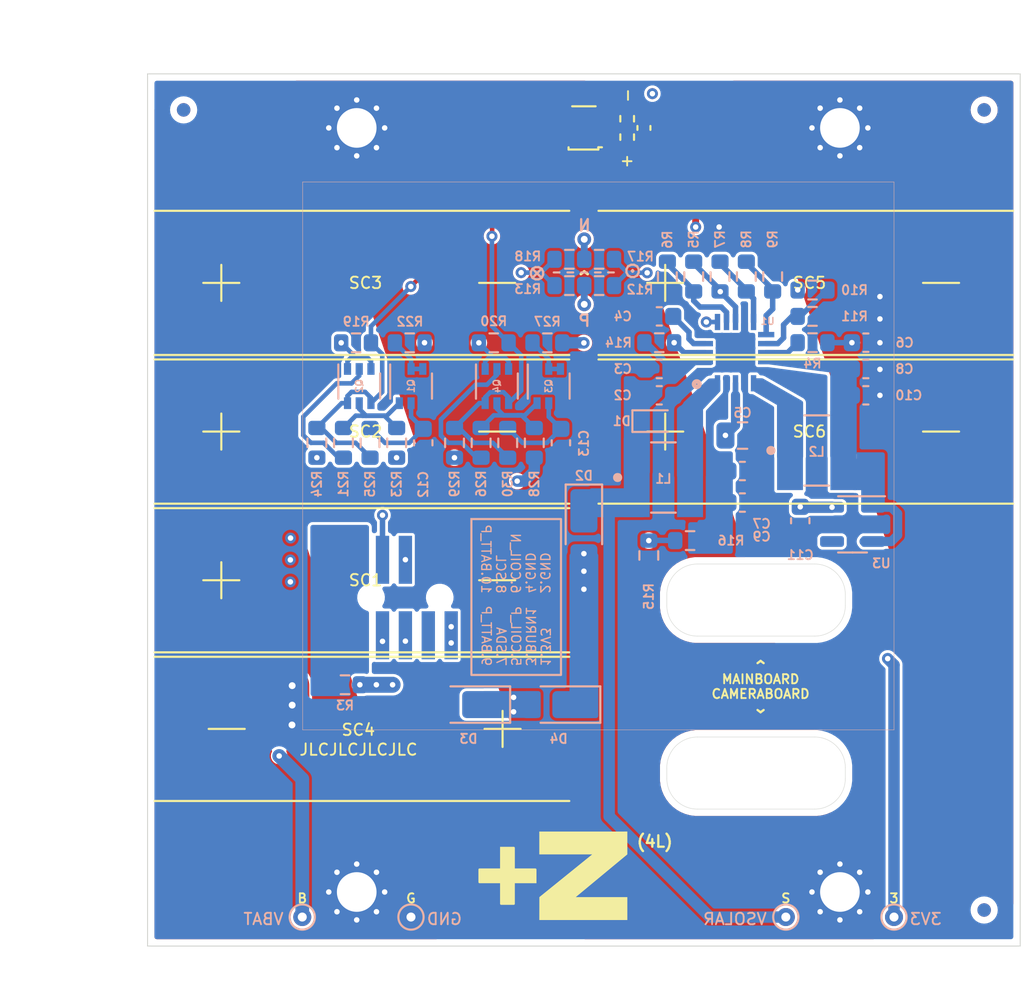
<source format=kicad_pcb>
(kicad_pcb (version 20221018) (generator pcbnew)
  (layers (0 "F.Cu" signal "Top") (1 "In1.Cu" signal) (2 "In2.Cu" signal) (31 "B.Cu" signal "Bottom") (34 "B.Paste" user) (35 "F.Paste" user) (36 "B.SilkS" user "B.Silkscreen") (37 "F.SilkS" user "F.Silkscreen") (38 "B.Mask" user) (39 "F.Mask" user) (44 "Edge.Cuts" user))
  (net 0 "")
  (net 1 "GND")
  (net 2 "+3V3")
  (net 3 "Net-(U1-VREF_SAMP)")
  (net 4 "Net-(U1-VSTOR)")
  (net 5 "VOUT_EN")
  (net 6 "VSOLAR")
  (net 7 "VBAT_OK")
  (net 8 "BATT_P")
  (net 9 "COIL_N")
  (net 10 "COIL_P")
  (net 11 "Net-(Q1B-G1)")
  (net 12 "Net-(Q3B-G1)")
  (net 13 "Net-(D3-K)")
  (net 14 "Net-(U1-LBOOST)")
  (net 15 "Net-(U1-LBUCK)")
  (net 16 "Net-(Q1A-G2)")
  (net 17 "Net-(Q1A-D1)")
  (net 18 "Net-(Q2A-B1)")
  (net 19 "/coil")
  (net 20 "/VSOLAR_FULL")
  (net 21 "BURN1")
  (net 22 "Net-(Q3A-G2)")
  (net 23 "Net-(Q3A-D1)")
  (net 24 "Net-(Q4A-B1)")
  (net 25 "Net-(U1-VBAT_OV)")
  (net 26 "SCL_LS")
  (net 27 "Net-(U1-OK_HYST)")
  (net 28 "Net-(U1-OK_PROG)")
  (net 29 "Net-(U1-VOUT_SET)")
  (net 30 "SDA_LS")
  (net 31 "VBAT")
  (net 32 "SDA")
  (net 33 "SCL")
  (net 34 "Net-(U1-VOC_SAMP)")
  (net 35 "Net-(U1-VRDIV)")
  (net 36 "Net-(U1-VOUT)")
  (net 37 "Net-(U2-ADDR)")
  (footprint "solarpanels:KXOB25-05X3F" (layer "F.Cu") (at 83.89 70.4)
    (fp_text reference "SC1")
    (fp_text value "SolarCell_Small")
  )
  (footprint "solarpanels:KXOB25-05X3F" (layer "F.Cu") (at 83.89 62.149995)
    (fp_text reference "SC2")
    (fp_text value "SolarCell_Small")
  )
  (footprint "solarpanels:KXOB25-05X3F" (layer "F.Cu") (at 83.89 53.9)
    (fp_text reference "SC3")
    (fp_text value "SolarCell_Small")
  )
  (footprint "solarpanels:KXOB25-05X3F" (layer "F.Cu") (at 108.51 53.9)
    (fp_text reference "SC5")
    (fp_text value "SolarCell_Small")
  )
  (footprint "solarpanels:KXOB25-05X3F" (layer "F.Cu") (at 108.51 62.149996)
    (fp_text reference "SC6")
    (fp_text value "SolarCell_Small")
  )
  (footprint "Capacitor_SMD:C_0402_1005Metric" (layer "F.Cu") (at 110.03 45.3 -90)
    (fp_text reference "C1" hide)
    (fp_text value "0.1uF")
  )
  (footprint "Resistor_SMD:R_0402_1005Metric" (layer "F.Cu") (at 109.1 45.81 -90)
    (fp_text reference "R1" hide)
    (fp_text value "0R")
  )
  (footprint "Resistor_SMD:R_0402_1005Metric" (layer "F.Cu") (at 109.1 44.79 -90)
    (fp_text reference "R2" hide)
    (fp_text value "0R")
  )
  (footprint "Fiducial:Fiducial_0.75mm_Mask1.5mm" (layer "F.Cu") (at 128.9 88.7)
    (fp_text reference "REF**" hide)
    (fp_text value "Fiducial_0.75mm_Mask1.5mm")
  )
  (footprint "solarpanels:MountingHole_2.2mm_M2_DIN965_Pad_TopBottom" (layer "F.Cu") (at 94.1 45.300011)
    (fp_text reference "H2" hide)
    (fp_text value "MountingHole")
  )
  (footprint "Fiducial:Fiducial_0.75mm_Mask1.5mm" (layer "F.Cu") (at 84.5 44.3)
    (fp_text reference "REF**" hide)
    (fp_text value "Fiducial_0.75mm_Mask1.5mm")
  )
  (footprint "Fiducial:Fiducial_0.75mm_Mask1.5mm" (layer "F.Cu") (at 128.9 44.3)
    (fp_text reference "REF**" hide)
    (fp_text value "Fiducial_0.75mm_Mask1.5mm")
  )
  (footprint "solarpanels:MountingHole_2.2mm_M2_DIN965_Pad_TopBottom" (layer "F.Cu") (at 120.9 87.7)
    (fp_text reference "H4" hide)
    (fp_text value "MountingHole")
  )
  (footprint "custom-footprints:ypanel" (layer "F.Cu") (at 106.010401 86.552858)
    (fp_text reference "Ref**" hide)
    (fp_text value "Val**" hide)
  )
  (footprint "solarpanels:MountingHole_2.2mm_M2_DIN965_Pad_TopBottom" (layer "F.Cu") (at 94.1 87.7)
    (fp_text reference "H3" hide)
    (fp_text value "MountingHole")
  )
  (footprint "Package_TO_SOT_SMD:SOT-583-8" (layer "F.Cu") (at 106.7 45.3 180)
    (fp_text reference "U2" hide)
    (fp_text value "OPT4001")
  )
  (footprint "solarpanels:KXOB25-05X3F" (layer "F.Cu") (at 104.89 78.65 180)
    (fp_text reference "SC4")
    (fp_text value "SolarCell_Small")
  )
  (footprint "solarpanels:MountingHole_2.2mm_M2_DIN965_Pad_TopBottom" (layer "F.Cu") (at 120.9 45.300011)
    (fp_text reference "H1" hide)
    (fp_text value "MountingHole")
  )
  (footprint "Capacitor_SMD:C_0805_2012Metric" (layer "B.Cu") (at 115.5 62.37)
    (fp_text reference "C5")
    (fp_text value "100uF")
  )
  (footprint "Capacitor_SMD:C_0603_1608Metric" (layer "B.Cu") (at 115.49 66.09)
    (fp_text reference "C9")
    (fp_text value "0.1uF")
  )
  (footprint "Capacitor_SMD:C_0603_1608Metric" (layer "B.Cu") (at 122.339995 58.677844)
    (fp_text reference "C8")
    (fp_text value "22uF")
  )
  (footprint "Capacitor_SMD:C_0603_1608Metric" (layer "B.Cu") (at 122.339995 57.217844)
    (fp_text reference "C6")
    (fp_text value "1uF")
  )
  (footprint "Capacitor_SMD:C_0603_1608Metric" (layer "B.Cu") (at 110.879995 55.757844 180)
    (fp_text reference "C4")
    (fp_text value "10nF")
  )
  (footprint "solarpanels:LPS4018" (layer "B.Cu") (at 119.61155 63.2)
    (fp_text reference "L2")
    (fp_text value "10uH-LPS4018-103MR")
  )
  (footprint "Resistor_SMD:R_0603_1608Metric" (layer "B.Cu") (at 110.3 69.025 90)
    (fp_text reference "R15")
    (fp_text value "DNI (0R)")
  )
  (footprint "Resistor_SMD:R_0603_1608Metric" (layer "B.Cu") (at 117.169995 53.547844 -90)
    (fp_text reference "R9")
    (fp_text value "4.53M")
  )
  (footprint "Resistor_SMD:R_0603_1608Metric" (layer "B.Cu") (at 119.379995 55.757844 180)
    (fp_text reference "R11")
    (fp_text value "4.75M")
  )
  (footprint "Resistor_SMD:R_0603_1608Metric" (layer "B.Cu") (at 114.249995 53.547844 -90)
    (fp_text reference "R7")
    (fp_text value "374K")
  )
  (footprint "Resistor_SMD:R_0603_1608Metric" (layer "B.Cu") (at 119.379995 57.217844)
    (fp_text reference "R4")
    (fp_text value "0R")
  )
  (footprint "Resistor_SMD:R_0603_1608Metric" (layer "B.Cu") (at 115.709995 53.547844 -90)
    (fp_text reference "R8")
    (fp_text value "8.25M")
  )
  (footprint "Resistor_SMD:R_0603_1608Metric" (layer "B.Cu") (at 110.879995 57.217844 180)
    (fp_text reference "R14")
    (fp_text value "DNI (0R)")
  )
  (footprint "Resistor_SMD:R_0603_1608Metric" (layer "B.Cu") (at 119.379995 54.297844 180)
    (fp_text reference "R10")
    (fp_text value "8.25M")
  )
  (footprint "solarpanels:QFN50P350X350X100-21N-D" (layer "B.Cu") (at 115.11 57.77)
    (fp_text reference "U1")
    (fp_text value "BQ25570RGRR" hide)
  )
  (footprint "solarpanels:LPS4018" (layer "B.Cu") (at 111.11 64.7)
    (fp_text reference "L1")
    (fp_text value "22uH-LPS4018-223MR")
  )
  (footprint "Resistor_SMD:R_0603_1608Metric" (layer "B.Cu") (at 112.59 68.2 180)
    (fp_text reference "R16")
    (fp_text value "0R")
  )
  (footprint "Resistor_SMD:R_0603_1608Metric" (layer "B.Cu") (at 112.789995 53.547844 90)
    (fp_text reference "R5")
    (fp_text value "7.32M")
  )
  (footprint "Capacitor_SMD:C_0603_1608Metric" (layer "B.Cu") (at 115.49 64.34)
    (fp_text reference "C7")
    (fp_text value "4.7uF")
  )
  (footprint "Resistor_SMD:R_0603_1608Metric" (layer "B.Cu") (at 111.329995 53.547844 90)
    (fp_text reference "R6")
    (fp_text value "5.62M")
  )
  (footprint "Capacitor_SMD:C_0603_1608Metric" (layer "B.Cu") (at 110.879995 60.137844)
    (fp_text reference "C2")
    (fp_text value "0.1uF")
  )
  (footprint "Capacitor_SMD:C_0603_1608Metric" (layer "B.Cu") (at 110.879995 58.677844 180)
    (fp_text reference "C3")
    (fp_text value "4.7uF")
  )
  (footprint "TestPoint:TestPoint_THTPad_D1.0mm_Drill0.5mm" (layer "B.Cu") (at 97.11 89.09 180)
    (fp_text reference "TP2" hide)
    (fp_text value "TP")
  )
  (footprint "TestPoint:TestPoint_THTPad_D1.0mm_Drill0.5mm" (layer "B.Cu") (at 123.9 89.09)
    (fp_text reference "TP3" hide)
    (fp_text value "TP")
  )
  (footprint "TestPoint:TestPoint_THTPad_D1.0mm_Drill0.5mm" (layer "B.Cu") (at 91.08 89.09)
    (fp_text reference "TP4" hide)
    (fp_text value "TP")
  )
  (footprint "TestPoint:TestPoint_THTPad_D1.0mm_Drill0.5mm" (layer "B.Cu") (at 117.9 89.09 180)
    (fp_text reference "TP1" hide)
    (fp_text value "TP")
  )
  (footprint "Resistor_SMD:R_0603_1608Metric" (layer "B.Cu") (at 105.895 52.59)
    (fp_text reference "R18")
    (fp_text value "0R")
  )
  (footprint "Resistor_SMD:R_0603_1608Metric" (layer "B.Cu") (at 107.545 52.59)
    (fp_text reference "R17")
    (fp_text value "0R")
  )
  (footprint "Resistor_SMD:R_0603_1608Metric" (layer "B.Cu") (at 107.545 54.05)
    (fp_text reference "R12")
    (fp_text value "0R")
  )
  (footprint "Resistor_SMD:R_0603_1608Metric" (layer "B.Cu") (at 105.895 54.05)
    (fp_text reference "R13")
    (fp_text value "0R")
  )
  (footprint "Diode_SMD:D_SOD-523" (layer "B.Cu") (at 110.65 61.57)
    (fp_text reference "D1")
    (fp_text value "SZMM5Z5V1T1G")
  )
  (footprint "Diode_SMD:D_PowerDI-123" (layer "B.Cu") (at 106.7 67.4 -90)
    (fp_text reference "D2")
    (fp_text value "DFLS130L-7")
  )
  (footprint "Resistor_SMD:R_0603_1608Metric" (layer "B.Cu") (at 97.0397 57.225 180)
    (fp_text reference "R22")
    (fp_text value "100K")
  )
  (footprint "Resistor_SMD:R_0603_1608Metric" (layer "B.Cu") (at 101 62.775 90)
    (fp_text reference "R26")
    (fp_text value "680R")
  )
  (footprint "Capacitor_SMD:C_0603_1608Metric" (layer "B.Cu") (at 118.7 67.1 -90)
    (fp_text reference "C11")
    (fp_text value "0.1uF")
  )
  (footprint "Fiducial:Fiducial_0.75mm_Mask1.5mm" (layer "B.Cu") (at 128.9 44.3)
    (fp_text reference "REF**" hide)
    (fp_text value "Fiducial_0.75mm_Mask1.5mm")
  )
  (footprint "Resistor_SMD:R_0603_1608Metric" (layer "B.Cu") (at 93.3647 62.775 90)
    (fp_text reference "R21")
    (fp_text value "680R")
  )
  (footprint "Resistor_SMD:R_0603_1608Metric" (layer "B.Cu") (at 101.7 57.225 180)
    (fp_text reference "R20")
    (fp_text value "DNI (0R)")
  )
  (footprint "Capacitor_SMD:C_0603_1608Metric" (layer "B.Cu") (at 97.7897 62.775 -90)
    (fp_text reference "C12")
    (fp_text value "10nF")
  )
  (footprint "Resistor_SMD:R_0603_1608Metric" (layer "B.Cu") (at 104.675 57.225 180)
    (fp_text reference "R27")
    (fp_text value "100K")
  )
  (footprint "Resistor_SMD:R_0603_1608Metric" (layer "B.Cu") (at 94.0647 57.225 180)
    (fp_text reference "R19")
    (fp_text value "DNI (0R)")
  )
  (footprint "Fiducial:Fiducial_0.75mm_Mask1.5mm" (layer "B.Cu") (at 128.9 88.7)
    (fp_text reference "REF**" hide)
    (fp_text value "Fiducial_0.75mm_Mask1.5mm")
  )
  (footprint "Resistor_SMD:R_0603_1608Metric" (layer "B.Cu") (at 96.3147 62.775 90)
    (fp_text reference "R23")
    (fp_text value "10K")
  )
  (footprint "Resistor_SMD:R_0603_1608Metric" (layer "B.Cu") (at 102.475 62.775 90)
    (fp_text reference "R30")
    (fp_text value "200K")
  )
  (footprint "Resistor_SMD:R_0603_1608Metric" (layer "B.Cu") (at 91.8897 62.775 90)
    (fp_text reference "R24")
    (fp_text value "10K")
  )
  (footprint "Package_TO_SOT_SMD:SOT-363_SC-70-6" (layer "B.Cu") (at 104.75 59.625 -90)
    (fp_text reference "Q3")
    (fp_text value "NX3008NBKS")
  )
  (footprint "Resistor_SMD:R_0603_1608Metric" (layer "B.Cu") (at 94.8397 62.775 90)
    (fp_text reference "R25")
    (fp_text value "200K")
  )
  (footprint "Diode_SMD:D_PowerDI-123" (layer "B.Cu") (at 100.3 77.3 180)
    (fp_text reference "D3")
    (fp_text value "DFLS130L-7")
  )
  (footprint "Fiducial:Fiducial_0.75mm_Mask1.5mm" (layer "B.Cu") (at 84.5 44.3 180)
    (fp_text reference "REF**" hide)
    (fp_text value "Fiducial_0.75mm_Mask1.5mm")
  )
  (footprint "Package_TO_SOT_SMD:SOT-363_SC-70-6" (layer "B.Cu") (at 94.2397 59.625 -90)
    (fp_text reference "Q2")
    (fp_text value "MBT2222ADW1T1")
  )
  (footprint "Resistor_SMD:R_0603_1608Metric" (layer "B.Cu") (at 99.525 62.775 90)
    (fp_text reference "R29")
    (fp_text value "10K")
  )
  (footprint "Package_TO_SOT_SMD:SOT-363_SC-70-6" (layer "B.Cu") (at 97.1147 59.625 -90)
    (fp_text reference "Q1")
    (fp_text value "NX3008NBKS")
  )
  (footprint "Package_TO_SOT_SMD:SOT-23-5" (layer "B.Cu") (at 121.6 67.3 180)
    (fp_text reference "U3")
    (fp_text value "MAX40200AUK")
  )
  (footprint "Resistor_SMD:R_0603_1608Metric" (layer "B.Cu") (at 93.45 76.2)
    (fp_text reference "R3")
    (fp_text value "0R")
  )
  (footprint "Diode_SMD:D_PowerDI-123" (layer "B.Cu") (at 105.3 77.3 180)
    (fp_text reference "D4")
    (fp_text value "DFLS130L-7")
  )
  (footprint "Package_TO_SOT_SMD:SOT-363_SC-70-6" (layer "B.Cu") (at 101.875 59.625 -90)
    (fp_text reference "Q4")
    (fp_text value "MBT2222ADW1T1")
  )
  (footprint "Capacitor_SMD:C_0603_1608Metric" (layer "B.Cu") (at 105.425 62.775 -90)
    (fp_text reference "C13")
    (fp_text value "10nF")
  )
  (footprint "Resistor_SMD:R_0603_1608Metric" (layer "B.Cu") (at 103.95 62.775 90)
    (fp_text reference "R28")
    (fp_text value "10K")
  )
  (footprint "custom-footprints:pycubed_mini_half" (layer "B.Cu") (at 106.2 44.5 180)
    (fp_text reference "Ref**" hide)
    (fp_text value "Val**" hide)
  )
  (footprint "Capacitor_SMD:C_0603_1608Metric" (layer "B.Cu") (at 122.339995 60.137844)
    (fp_text reference "C10")
    (fp_text value "0.1uF")
  )
  (footprint "solarpanels:SAMTEC-FTS-105-01-X-DV-A" (layer "B.Cu") (at 96.8 71.36 180)
    (fp_text reference "J1" hide)
    (fp_text value "FTS-105-01-X-DV-A")
  )
  (gr_line (start 107.31325 53.32) (end 107.63075 53.32) (stroke (width 0.12)) (layer "B.SilkS"))
  (gr_line (start 106.86875 53.32) (end 106.55125 53.32) (stroke (width 0.12)) (layer "B.SilkS"))
  (gr_line (start 106.10675 53.32) (end 105.78925 53.32) (stroke (width 0.12)) (layer "B.SilkS"))
  (gr_line (start 108.361 53.32) (end 108.0435 53.32) (stroke (width 0.12)) (layer "B.SilkS"))
  (gr_line (start 105.02725 53.32) (end 105.34475 53.32) (stroke (width 0.12)) (layer "B.SilkS"))
  (gr_rect (start 100.46 67.005) (end 105.43 75.655) (stroke (width 0.12)) (fill none) (layer "B.SilkS"))
  (gr_line (start 123.9 78.7) (end 119.5 78.7) (stroke (width 0.0254)) (layer "B.SilkS"))
  (gr_line (start 91.1 78.7) (end 106.275 78.7) (stroke (width 0.0254)) (layer "B.SilkS"))
  (gr_line (start 123.9 48.3) (end 91.1 48.3) (stroke (width 0.0254)) (layer "B.SilkS"))
  (gr_line (start 119.5 78.7) (end 106.275 78.7) (stroke (width 0.0254)) (layer "B.SilkS"))
  (gr_line (start 123.9 78.7) (end 123.9 48.3) (stroke (width 0.0254)) (layer "B.SilkS"))
  (gr_line (start 91.1 48.3) (end 91.1 78.7) (stroke (width 0.0254)) (layer "B.SilkS"))
  (gr_line (start 82.5 90.7) (end 82.5 42.3) (stroke (width 0.05)) (layer "Edge.Cuts"))
  (gr_arc (start 121.2 81.4) (mid 120.702082 82.602082) (end 119.5 83.1) (stroke (width 0.0254)) (layer "Edge.Cuts"))
  (gr_line (start 82.5 42.3) (end 130.9 42.3) (stroke (width 0.05)) (layer "Edge.Cuts"))
  (gr_arc (start 121.2 71.8) (mid 120.702082 73.002082) (end 119.5 73.5) (stroke (width 0.0254)) (layer "Edge.Cuts"))
  (gr_line (start 119.5 83.1) (end 113 83.1) (stroke (width 0.0254)) (layer "Edge.Cuts"))
  (gr_arc (start 119.5 69.5) (mid 120.702082 69.997918) (end 121.2 71.2) (stroke (width 0.0254)) (layer "Edge.Cuts"))
  (gr_line (start 119.5 69.5) (end 113 69.5) (stroke (width 0.0254)) (layer "Edge.Cuts"))
  (gr_arc (start 111.3 71.2) (mid 111.797918 69.997918) (end 113 69.5) (stroke (width 0.0254)) (layer "Edge.Cuts"))
  (gr_arc (start 111.3 80.8) (mid 111.797918 79.597918) (end 113 79.1) (stroke (width 0.0254)) (layer "Edge.Cuts"))
  (gr_line (start 121.2 81.4) (end 121.2 80.8) (stroke (width 0.0254)) (layer "Edge.Cuts"))
  (gr_arc (start 119.5 79.1) (mid 120.702082 79.597918) (end 121.2 80.8) (stroke (width 0.0254)) (layer "Edge.Cuts"))
  (gr_line (start 82.5 90.7) (end 130.9 90.7) (stroke (width 0.05)) (layer "Edge.Cuts"))
  (gr_line (start 111.3 80.8) (end 111.3 81.4) (stroke (width 0.0254)) (layer "Edge.Cuts"))
  (gr_arc (start 113 73.5) (mid 111.797918 73.002082) (end 111.3 71.8) (stroke (width 0.0254)) (layer "Edge.Cuts"))
  (gr_line (start 113 79.1) (end 119.5 79.1) (stroke (width 0.0254)) (layer "Edge.Cuts"))
  (gr_line (start 121.2 71.2) (end 121.2 71.8) (stroke (width 0.0254)) (layer "Edge.Cuts"))
  (gr_arc (start 113 83.1) (mid 111.797918 82.602082) (end 111.3 81.4) (stroke (width 0.0254)) (layer "Edge.Cuts"))
  (gr_line (start 130.9 42.3) (end 130.9 90.7) (stroke (width 0.05)) (layer "Edge.Cuts"))
  (gr_line (start 113 73.5) (end 119.5 73.5) (stroke (width 0.0254)) (layer "Edge.Cuts"))
  (gr_line (start 111.3 71.2) (end 111.3 71.8) (stroke (width 0.0254)) (layer "Edge.Cuts"))
  (gr_text "GND" (at 100 89.2) (layer "B.SilkS") (effects (font (size 0.635 0.635) (thickness 0.1016)) (justify left mirror)))
  (gr_text "VSOLAR" (at 116.9 89.2) (layer "B.SilkS") (effects (font (size 0.635 0.635) (thickness 0.1016)) (justify left mirror)))
  (gr_text "VBAT" (at 90.1 89.2) (layer "B.SilkS") (effects (font (size 0.635 0.635) (thickness 0.1016)) (justify left mirror)))
  (gr_text "3V3" (at 126.6 89.2) (layer "B.SilkS") (effects (font (size 0.635 0.635) (thickness 0.1016)) (justify left mirror)))
  (gr_text "P" (at 106.72 56) (layer "B.SilkS") (effects (font (size 0.635 0.635) (thickness 0.127)) (justify mirror)))
  (gr_text "N" (at 106.73 50.65 180) (layer "B.SilkS") (effects (font (size 0.635 0.635) (thickness 0.127)) (justify mirror)))
  (gr_text "⊗" (at 104.1 53.3) (layer "B.SilkS") (effects (font (size 0.889 0.889) (thickness 0.127)) (justify mirror)))
  (gr_text "2.GND\n4.GND\n6.COIL_N\n8.SCL\n10.BATT_P" (at 102.905 71.18 270) (layer "B.SilkS") (effects (font (size 0.508 0.508) (thickness 0.0762)) (justify left mirror)))
  (gr_text "1.3V3\n3.BURN1\n5.COIL_P\n7.SDA\n9.BATT_P" (at 102.925 75.205 270) (layer "B.SilkS") (effects (font (size 0.508 0.508) (thickness 0.0762)) (justify left mirror)))
  (gr_text "⊙" (at 109.4 53.3 180) (layer "B.SilkS") (effects (font (size 0.889 0.889) (thickness 0.127)) (justify mirror)))
  (gr_text "+" (at 109.1 47.1) (layer "F.SilkS") (effects (font (size 0.635 0.635) (thickness 0.1016))))
  (gr_text "3" (at 123.9 88.05) (layer "F.SilkS") (effects (font (size 0.508 0.508) (thickness 0.1016))))
  (gr_text "^" (at 116.5 77.2 180) (layer "F.SilkS") (effects (font (size 0.889 0.889) (thickness 0.127))))
  (gr_text "MAINBOARD\nCAMERABOARD" (at 116.5 76.3) (layer "F.SilkS") (effects (font (size 0.508 0.508) (thickness 0.1016) bold)))
  (gr_text "-" (at 109.1 43.5 90) (layer "F.SilkS") (effects (font (size 0.635 0.635) (thickness 0.1016))))
  (gr_text "G" (at 97.11 88.05) (layer "F.SilkS") (effects (font (size 0.508 0.508) (thickness 0.1016))))
  (gr_text "JLCJLCJLCJLC" (at 94.2 79.8) (layer "F.SilkS") (effects (font (size 0.635 0.635) (thickness 0.1016))))
  (gr_text "B" (at 91.08 88.05) (layer "F.SilkS") (effects (font (size 0.508 0.508) (thickness 0.1016))))
  (gr_text "^" (at 116.5 75.4) (layer "F.SilkS") (effects (font (size 0.889 0.889) (thickness 0.127))))
  (gr_text "S" (at 117.9 88.05) (layer "F.SilkS") (effects (font (size 0.508 0.508) (thickness 0.1016))))
  (gr_text "^" (at 106.72 53.86) (layer "F.SilkS") (effects (font (size 1 1))))
  (gr_text "(4L)" (at 110.63 84.9) (layer "F.SilkS") (effects (font (size 0.635 0.635) (thickness 0.127))))
  (segment (start 114.2 46.4) (end 112.35 44.55) (width 0.381) (layer "F.Cu") (net 1))
  (segment (start 90.52 78.63) (end 90.52 76.25) (width 1.905) (layer "F.Cu") (net 1))
  (segment (start 112.35 44.55) (end 107.44 44.55) (width 0.381) (layer "F.Cu") (net 1))
  (segment (start 90.51 78.64) (end 90.52 78.63) (width 1.905) (layer "F.Cu") (net 1))
  (segment (start 114.2 50.8) (end 114.2 46.4) (width 0.381) (layer "F.Cu") (net 1))
  (segment (start 83.89 78.65) (end 90.5 78.65) (width 1.905) (layer "F.Cu") (net 1))
  (segment (start 90.5 78.65) (end 90.51 78.64) (width 1.524) (layer "F.Cu") (net 1))
  (via (at 123.12 60.14) (size 0.6096) (drill 0.3048) (layers "F.Cu" "B.Cu") (net 1))
  (via (at 114.2 50.8) (size 0.6096) (drill 0.3048) (layers "F.Cu" "B.Cu") (net 1))
  (via (at 90.51 78.43) (size 0.762) (drill 0.381) (layers "F.Cu" "B.Cu") (net 1))
  (via (at 123.12 58.7) (size 0.6096) (drill 0.3048) (layers "F.Cu" "B.Cu") (net 1))
  (via (at 90.52 77.33) (size 0.762) (drill 0.381) (layers "F.Cu" "B.Cu") (net 1))
  (via (at 90.52 76.25) (size 0.762) (drill 0.381) (layers "F.Cu" "B.Cu") (net 1))
  (via (at 123.12 55.9) (size 0.6096) (drill 0.3048) (layers "F.Cu" "B.Cu") (net 1))
  (via (at 123.12 57.22) (size 0.6096) (drill 0.3048) (layers "F.Cu" "B.Cu") (net 1))
  (via (at 123.12 54.66) (size 0.6096) (drill 0.3048) (layers "F.Cu" "B.Cu") (net 1))
  (segment (start 115.609995 59.47) (end 115.609995 58.27) (width 0.3048) (layer "B.Cu") (net 1))
  (segment (start 111.95 46.05) (end 107.44 46.05) (width 0.381) (layer "F.Cu") (net 2))
  (segment (start 112.9 47) (end 111.95 46.05) (width 0.381) (layer "F.Cu") (net 2))
  (segment (start 112.9 50.8) (end 112.9 47) (width 0.381) (layer "F.Cu") (net 2))
  (via (at 91.89 63.6) (size 0.6096) (drill 0.3048) (layers "F.Cu" "B.Cu") (net 2))
  (via (at 96.31 63.6) (size 0.6096) (drill 0.3048) (layers "F.Cu" "B.Cu") (net 2))
  (via (at 99.34 73.88) (size 0.6096) (drill 0.3048) (layers "F.Cu" "B.Cu") (net 2))
  (via (at 106.7 57.23) (size 0.6096) (drill 0.3048) (layers "F.Cu" "B.Cu") (net 2))
  (via (at 123.55 74.75) (size 0.6096) (drill 0.3048) (layers "F.Cu" "B.Cu") (net 2))
  (via (at 99.34 72.98) (size 0.6096) (drill 0.3048) (layers "F.Cu" "B.Cu") (net 2))
  (via (at 99.52 63.6) (size 0.6096) (drill 0.3048) (layers "F.Cu" "B.Cu") (net 2))
  (via (at 97.86 57.22) (size 0.6096) (drill 0.3048) (layers "F.Cu" "B.Cu") (net 2))
  (via (at 112.9 50.8) (size 0.6096) (drill 0.3048) (layers "F.Cu" "B.Cu") (net 2))
  (via (at 120.4625 66.35) (size 0.6096) (drill 0.3048) (layers "F.Cu" "B.Cu") (net 2))
  (via (at 118.7 66.325) (size 0.6096) (drill 0.3048) (layers "F.Cu" "B.Cu") (net 2))
  (via (at 103 64.9) (size 0.6096) (drill 0.3048) (layers "F.Cu" "B.Cu") (net 2))
  (segment (start 103 64.9) (end 103.4 64.9) (width 0.635) (layer "B.Cu") (net 2))
  (segment (start 123.55 74.75) (end 123.9 75.1) (width 0.635) (layer "B.Cu") (net 2))
  (segment (start 106.7 57.23) (end 106.695 57.225) (width 0.635) (layer "B.Cu") (net 2))
  (segment (start 120.4625 66.35) (end 118.725 66.35) (width 0.635) (layer "B.Cu") (net 2))
  (segment (start 103.95 64.35) (end 103.95 63.6) (width 0.635) (layer "B.Cu") (net 2))
  (segment (start 106.695 57.225) (end 105.5 57.225) (width 0.635) (layer "B.Cu") (net 2))
  (segment (start 123.9 75.1) (end 123.9 89.09) (width 0.635) (layer "B.Cu") (net 2))
  (segment (start 118.725 66.35) (end 118.7 66.325) (width 0.635) (layer "B.Cu") (net 2))
  (segment (start 103.4 64.9) (end 103.95 64.35) (width 0.635) (layer "B.Cu") (net 2))
  (segment (start 112.53 57.01) (end 112.53 56.632849) (width 0.3048) (layer "B.Cu") (net 3))
  (segment (start 113.41 57.27) (end 112.79 57.27) (width 0.3048) (layer "B.Cu") (net 3))
  (segment (start 112.53 56.632849) (end 111.654995 55.757844) (width 0.3048) (layer "B.Cu") (net 3))
  (segment (start 112.79 57.27) (end 112.53 57.01) (width 0.3048) (layer "B.Cu") (net 3))
  (via (at 113.49 56.07) (size 0.6096) (drill 0.3048) (layers "F.Cu" "B.Cu") (net 5))
  (via (at 121.564995 57.217844) (size 0.6096) (drill 0.3048) (layers "F.Cu" "B.Cu") (net 5))
  (segment (start 114.11 56.07) (end 113.49 56.07) (width 0.254) (layer "B.Cu") (net 5))
  (segment (start 120.204995 57.217844) (end 121.564995 57.217844) (width 0.3048) (layer "B.Cu") (net 5))
  (segment (start 111.587844 58.677844) (end 110.127844 57.217844) (width 0.381) (layer "B.Cu") (net 6))
  (segment (start 108.1 83.5) (end 113.69 89.09) (width 0.635) (layer "B.Cu") (net 6))
  (segment (start 108.1 66.1) (end 108.1 83.5) (width 0.635) (layer "B.Cu") (net 6))
  (segment (start 113.69 89.09) (end 117.9 89.09) (width 0.635) (layer "B.Cu") (net 6))
  (segment (start 118.002839 57.77) (end 118.554995 57.217844) (width 0.3048) (layer "B.Cu") (net 7))
  (segment (start 116.81 57.77) (end 118.002839 57.77) (width 0.3048) (layer "B.Cu") (net 7))
  (via (at 106.72 51.48) (size 0.762) (drill 0.381) (layers "F.Cu" "B.Cu") (net 9))
  (via (at 96.8 69.26) (size 0.6096) (drill 0.3048) (layers "F.Cu" "B.Cu") (net 9))
  (segment (start 106.72 52.59) (end 106.72 51.48) (width 0.381) (layer "B.Cu") (net 9))
  (via (at 96.8 73.78) (size 0.6096) (drill 0.3048) (layers "F.Cu" "B.Cu") (net 10))
  (via (at 106.72 55.09) (size 0.762) (drill 0.381) (layers "F.Cu" "B.Cu") (net 10))
  (segment (start 106.72 54.05) (end 106.72 55.09) (width 0.381) (layer "B.Cu") (net 10))
  (segment (start 97.7897 62) (end 97.0147 62.775) (width 0.254) (layer "B.Cu") (net 11))
  (segment (start 97.7897 62) (end 97.1147 61.325) (width 0.254) (layer "B.Cu") (net 11))
  (segment (start 97.1147 61.325) (end 97.1147 60.575) (width 0.254) (layer "B.Cu") (net 11))
  (segment (start 95.6647 62.775) (end 94.8397 61.95) (width 0.254) (layer "B.Cu") (net 11))
  (segment (start 97.0147 62.775) (end 95.6647 62.775) (width 0.254) (layer "B.Cu") (net 11))
  (segment (start 104.75 61.325) (end 104.75 60.575) (width 0.254) (layer "B.Cu") (net 12))
  (segment (start 104.65 62.775) (end 105.425 62) (width 0.254) (layer "B.Cu") (net 12))
  (segment (start 103.3 62.775) (end 104.65 62.775) (width 0.254) (layer "B.Cu") (net 12))
  (segment (start 102.475 61.95) (end 103.3 62.775) (width 0.254) (layer "B.Cu") (net 12))
  (segment (start 105.425 62) (end 104.75 61.325) (width 0.254) (layer "B.Cu") (net 12))
  (via (at 102.8 76.9) (size 0.6096) (drill 0.3048) (layers "F.Cu" "B.Cu") (net 13))
  (via (at 102.8 77.7) (size 0.6096) (drill 0.3048) (layers "F.Cu" "B.Cu") (net 13))
  (segment (start 97.1147 58.675) (end 97.7647 58.675) (width 0.254) (layer "B.Cu") (net 16))
  (segment (start 97.1147 58.125) (end 96.2147 57.225) (width 0.254) (layer "B.Cu") (net 16))
  (segment (start 97.1147 58.675) (end 97.1147 58.125) (width 0.254) (layer "B.Cu") (net 16))
  (segment (start 94.4191 61.2706) (end 94.6191 61.2706) (width 0.254) (layer "B.Cu") (net 17))
  (segment (start 94.0441 61.2706) (end 94.4191 61.2706) (width 0.254) (layer "B.Cu") (net 17))
  (segment (start 95.7691 61.2706) (end 94.4191 61.2706) (width 0.254) (layer "B.Cu") (net 17))
  (segment (start 94.2397 60.575) (end 94.2397 60.8912) (width 0.254) (layer "B.Cu") (net 17))
  (segment (start 96.4647 60.575) (end 95.7691 61.2706) (width 0.254) (layer "B.Cu") (net 17))
  (segment (start 93.3647 61.95) (end 94.0441 61.2706) (width 0.254) (layer "B.Cu") (net 17))
  (segment (start 95.6353 61.2706) (end 96.3147 61.95) (width 0.254) (layer "B.Cu") (net 17))
  (segment (start 94.2397 60.8912) (end 94.6191 61.2706) (width 0.254) (layer "B.Cu") (net 17))
  (segment (start 94.6191 61.2706) (end 95.6353 61.2706) (width 0.254) (layer "B.Cu") (net 17))
  (segment (start 93.8147 59.475) (end 94.2397 59.05) (width 0.254) (layer "B.Cu") (net 18))
  (segment (start 92.9897 59.475) (end 93.8147 59.475) (width 0.254) (layer "B.Cu") (net 18))
  (segment (start 91.1353 62.348574) (end 91.1353 61.3294) (width 0.254) (layer "B.Cu") (net 18))
  (segment (start 91.561726 62.775) (end 91.1353 62.348574) (width 0.254) (layer "B.Cu") (net 18))
  (segment (start 94.2397 59.05) (end 94.2397 58.675) (width 0.254) (layer "B.Cu") (net 18))
  (segment (start 92.2647 62.775) (end 91.561726 62.775) (width 0.254) (layer "B.Cu") (net 18))
  (segment (start 93.0897 63.6) (end 92.2647 62.775) (width 0.254) (layer "B.Cu") (net 18))
  (segment (start 91.1353 61.3294) (end 92.9897 59.475) (width 0.254) (layer "B.Cu") (net 18))
  (via (at 110.5 43.4) (size 0.6096) (drill 0.3048) (layers "F.Cu" "B.Cu") (net 19))
  (via (at 110.21 53.34) (size 0.6096) (drill 0.3048) (layers "F.Cu" "B.Cu") (net 19))
  (via (at 103.22 53.33) (size 0.6096) (drill 0.3048) (layers "F.Cu" "B.Cu") (net 19))
  (segment (start 109.08 53.34) (end 109.36 53.34) (width 0.254) (layer "B.Cu") (net 19))
  (segment (start 108.37 52.59) (end 109.12 53.34) (width 0.254) (layer "B.Cu") (net 19))
  (segment (start 104.35 53.33) (end 105.07 54.05) (width 0.254) (layer "B.Cu") (net 19))
  (segment (start 103.22 53.33) (end 104.35 53.33) (width 0.254) (layer "B.Cu") (net 19))
  (segment (start 109.12 53.34) (end 109.36 53.34) (width 0.254) (layer "B.Cu") (net 19))
  (segment (start 104.33 53.33) (end 105.07 52.59) (width 0.254) (layer "B.Cu") (net 19))
  (segment (start 103.22 53.33) (end 104.33 53.33) (width 0.254) (layer "B.Cu") (net 19))
  (segment (start 108.37 54.05) (end 109.08 53.34) (width 0.254) (layer "B.Cu") (net 19))
  (segment (start 110.21 53.34) (end 109.36 53.34) (width 0.254) (layer "B.Cu") (net 19))
  (via (at 106.7 69.9) (size 0.6096) (drill 0.3048) (layers "F.Cu" "B.Cu") (net 20))
  (via (at 90.42 69.27) (size 0.6096) (drill 0.3048) (layers "F.Cu" "B.Cu") (net 20))
  (via (at 106.7 70.9) (size 0.6096) (drill 0.3048) (layers "F.Cu" "B.Cu") (net 20))
  (via (at 106.7 68.925) (size 0.6096) (drill 0.3048) (layers "F.Cu" "B.Cu") (net 20))
  (via (at 90.43 68.06) (size 0.6096) (drill 0.3048) (layers "F.Cu" "B.Cu") (net 20))
  (via (at 90.42 70.49) (size 0.6096) (drill 0.3048) (layers "F.Cu" "B.Cu") (net 20))
  (segment (start 104.75 58.675) (end 104.75 58.125) (width 0.254) (layer "B.Cu") (net 22))
  (segment (start 104.75 58.125) (end 103.85 57.225) (width 0.254) (layer "B.Cu") (net 22))
  (segment (start 104.75 58.675) (end 105.4 58.675) (width 0.254) (layer "B.Cu") (net 22))
  (segment (start 101.875 60.879) (end 101.875 60.575) (width 0.254) (layer "B.Cu") (net 23))
  (segment (start 103.425 61.25) (end 104.1 60.575) (width 0.254) (layer "B.Cu") (net 23))
  (segment (start 103.25 61.25) (end 103.025 61.25) (width 0.254) (layer "B.Cu") (net 23))
  (segment (start 103.025 61.25) (end 103.425 61.25) (width 0.254) (layer "B.Cu") (net 23))
  (segment (start 101.7 61.25) (end 101 61.95) (width 0.254) (layer "B.Cu") (net 23))
  (segment (start 102.246 61.25) (end 101.875 60.879) (width 0.254) (layer "B.Cu") (net 23))
  (segment (start 103.25 61.25) (end 101.7 61.25) (width 0.254) (layer "B.Cu") (net 23))
  (segment (start 103.025 61.25) (end 102.246 61.25) (width 0.254) (layer "B.Cu") (net 23))
  (segment (start 103.95 61.95) (end 103.25 61.25) (width 0.254) (layer "B.Cu") (net 23))
  (segment (start 100.75 63.6) (end 99.925 62.775) (width 0.254) (layer "B.Cu") (net 24))
  (segment (start 101.325 59.55) (end 101.875 59) (width 0.254) (layer "B.Cu") (net 24))
  (segment (start 98.7706 61.4794) (end 100.7 59.55) (width 0.254) (layer "B.Cu") (net 24))
  (segment (start 98.7706 62.3706) (end 98.7706 61.4794) (width 0.254) (layer "B.Cu") (net 24))
  (segment (start 99.175 62.775) (end 98.7706 62.3706) (width 0.254) (layer "B.Cu") (net 24))
  (segment (start 101.875 59) (end 101.875 58.675) (width 0.254) (layer "B.Cu") (net 24))
  (segment (start 99.925 62.775) (end 99.175 62.775) (width 0.254) (layer "B.Cu") (net 24))
  (segment (start 100.7 59.55) (end 101.325 59.55) (width 0.254) (layer "B.Cu") (net 24))
  (segment (start 114.61 55.53) (end 114.32 55.24) (width 0.3048) (layer "B.Cu") (net 25))
  (segment (start 111.329995 52.841419) (end 112.789995 54.301419) (width 0.3048) (layer "B.Cu") (net 25))
  (segment (start 114.32 55.24) (end 113.14 55.24) (width 0.3048) (layer "B.Cu") (net 25))
  (segment (start 113.14 55.24) (end 112.789995 54.889995) (width 0.3048) (layer "B.Cu") (net 25))
  (segment (start 112.789995 54.889995) (end 112.789995 54.372844) (width 0.3048) (layer "B.Cu") (net 25))
  (segment (start 114.61 56.07) (end 114.61 55.53) (width 0.3048) (layer "B.Cu") (net 25))
  (segment (start 100.2 46.5) (end 102.15 44.55) (width 0.254) (layer "F.Cu") (net 26))
  (segment (start 102.15 44.55) (end 105.96 44.55) (width 0.254) (layer "F.Cu") (net 26))
  (segment (start 97.1 54.1) (end 100.2 51) (width 0.254) (layer "F.Cu") (net 26))
  (segment (start 100.2 51) (end 100.2 46.5) (width 0.254) (layer "F.Cu") (net 26))
  (via (at 97.1 54.1) (size 0.6096) (drill 0.3048) (layers "F.Cu" "B.Cu") (net 26))
  (segment (start 94.8897 60.275) (end 94.8897 60.575) (width 0.254) (layer "B.Cu") (net 26))
  (segment (start 94.8897 57.225) (end 95.5147 57.85) (width 0.254) (layer "B.Cu") (net 26))
  (segment (start 93.5897 60.575) (end 93.2647 60.575) (width 0.254) (layer "B.Cu") (net 26))
  (segment (start 92.1397 61.95) (end 92.9647 62.775) (width 0.254) (layer "B.Cu") (net 26))
  (segment (start 93.8147 59.95) (end 94.5647 59.95) (width 0.254) (layer "B.Cu") (net 26))
  (segment (start 95.5147 59.95) (end 94.8897 60.575) (width 0.254) (layer "B.Cu") (net 26))
  (segment (start 93.2647 60.575) (end 91.8897 61.95) (width 0.254) (layer "B.Cu") (net 26))
  (segment (start 94.0397 62.775) (end 94.8397 63.575) (width 0.254) (layer "B.Cu") (net 26))
  (segment (start 94.5647 59.95) (end 94.8897 60.275) (width 0.254) (layer "B.Cu") (net 26))
  (segment (start 93.5897 60.175) (end 93.8147 59.95) (width 0.254) (layer "B.Cu") (net 26))
  (segment (start 92.9647 62.775) (end 94.0397 62.775) (width 0.254) (layer "B.Cu") (net 26))
  (segment (start 95.5147 57.85) (end 95.5147 59.95) (width 0.254) (layer "B.Cu") (net 26))
  (segment (start 94.8897 56.3103) (end 94.8897 57.225) (width 0.254) (layer "B.Cu") (net 26))
  (segment (start 97.1 54.1) (end 94.8897 56.3103) (width 0.254) (layer "B.Cu") (net 26))
  (segment (start 93.5897 60.575) (end 93.5897 60.175) (width 0.254) (layer "B.Cu") (net 26))
  (segment (start 116.11 54.772849) (end 115.709995 54.372844) (width 0.3048) (layer "B.Cu") (net 27))
  (segment (start 116.11 56.07) (end 116.11 54.772849) (width 0.3048) (layer "B.Cu") (net 27))
  (segment (start 114.249995 52.829995) (end 115.709995 54.289995) (width 0.3048) (layer "B.Cu") (net 27))
  (segment (start 116.81 55.71) (end 117.169995 55.350005) (width 0.3048) (layer "B.Cu") (net 28))
  (segment (start 117.169995 54.249995) (end 115.709995 52.789995) (width 0.3048) (layer "B.Cu") (net 28))
  (segment (start 116.81 56.77) (end 116.81 55.71) (width 0.3048) (layer "B.Cu") (net 28))
  (segment (start 117.169995 55.350005) (end 117.169995 54.372844) (width 0.3048) (layer "B.Cu") (net 28))
  (segment (start 118.242156 55.757844) (end 117.775 56.225) (width 0.3048) (layer "B.Cu") (net 29))
  (segment (start 118.554995 55.757844) (end 118.242156 55.757844) (width 0.3048) (layer "B.Cu") (net 29))
  (segment (start 117.775 56.225) (end 117.775 56.95) (width 0.3048) (layer "B.Cu") (net 29))
  (segment (start 118.702156 55.757844) (end 120.162156 54.297844) (width 0.3048) (layer "B.Cu") (net 29))
  (segment (start 117.775 56.95) (end 117.455 57.27) (width 0.3048) (layer "B.Cu") (net 29))
  (segment (start 117.455 57.27) (end 116.81 57.27) (width 0.3048) (layer "B.Cu") (net 29))
  (segment (start 101.610889 46.996111) (end 102.557 46.05) (width 0.254) (layer "F.Cu") (net 30))
  (segment (start 101.610889 51.3) (end 101.610889 46.996111) (width 0.254) (layer "F.Cu") (net 30))
  (segment (start 101.6 51.310889) (end 101.610889 51.3) (width 0.254) (layer "F.Cu") (net 30))
  (segment (start 102.557 46.05) (end 105.96 46.05) (width 0.254) (layer "F.Cu") (net 30))
  (via (at 101.6 51.310889) (size 0.6096) (drill 0.3048) (layers "F.Cu" "B.Cu") (net 30))
  (segment (start 102.525 57.225) (end 102.96 57.66) (width 0.254) (layer "B.Cu") (net 30))
  (segment (start 101.6 51.310889) (end 101.6 56.3) (width 0.254) (layer "B.Cu") (net 30))
  (segment (start 103.225 59.875) (end 102.525 60.575) (width 0.254) (layer "B.Cu") (net 30))
  (segment (start 101.225 60.575) (end 100.9 60.575) (width 0.254) (layer "B.Cu") (net 30))
  (segment (start 100.9 60.575) (end 99.525 61.95) (width 0.254) (layer "B.Cu") (net 30))
  (segment (start 102.2456 59.9706) (end 101.5044 59.9706) (width 0.254) (layer "B.Cu") (net 30))
  (segment (start 102.525 60.575) (end 102.525 60.25) (width 0.254) (layer "B.Cu") (net 30))
  (segment (start 102.525 60.25) (end 102.2456 59.9706) (width 0.254) (layer "B.Cu") (net 30))
  (segment (start 101.225 60.25) (end 101.225 60.575) (width 0.254) (layer "B.Cu") (net 30))
  (segment (start 101.6 56.3) (end 102.96 57.66) (width 0.254) (layer "B.Cu") (net 30))
  (segment (start 100.6 62.775) (end 101.65 62.775) (width 0.254) (layer "B.Cu") (net 30))
  (segment (start 102.96 57.66) (end 103.225 57.925) (width 0.254) (layer "B.Cu") (net 30))
  (segment (start 103.225 57.925) (end 103.225 59.875) (width 0.254) (layer "B.Cu") (net 30))
  (segment (start 101.65 62.775) (end 102.475 63.6) (width 0.254) (layer "B.Cu") (net 30))
  (segment (start 101.5044 59.9706) (end 101.225 60.25) (width 0.254) (layer "B.Cu") (net 30))
  (segment (start 99.775 61.95) (end 100.6 62.775) (width 0.254) (layer "B.Cu") (net 30))
  (via (at 96.09 76.2) (size 0.6096) (drill 0.3048) (layers "F.Cu" "B.Cu") (net 31))
  (via (at 89.8 80.15) (size 0.6096) (drill 0.3048) (layers "F.Cu" "B.Cu") (net 31))
  (via (at 114.55 62.36) (size 0.6096) (drill 0.3048) (layers "F.Cu" "B.Cu") (net 31))
  (via (at 94.275 76.2) (size 0.6096) (drill 0.3048) (layers "F.Cu" "B.Cu") (net 31))
  (via (at 95.19 76.2) (size 0.6096) (drill 0.3048) (layers "F.Cu" "B.Cu") (net 31))
  (segment (start 94.275 76.2) (end 96.09 76.2) (width 0.889) (layer "B.Cu") (net 31))
  (segment (start 115.109995 61.810005) (end 115.109995 60.127844) (width 0.508) (layer "B.Cu") (net 31))
  (segment (start 89.8 80.15) (end 91.08 81.43) (width 0.762) (layer "B.Cu") (net 31))
  (segment (start 91.08 81.43) (end 91.08 89.09) (width 0.762) (layer "B.Cu") (net 31))
  (segment (start 114.55 62.37) (end 115.109995 61.810005) (width 0.508) (layer "B.Cu") (net 31))
  (segment (start 115.11 59.47) (end 115.11 60.257844) (width 0.3048) (layer "B.Cu") (net 31))
  (via (at 100.875 57.225) (size 0.6096) (drill 0.3048) (layers "F.Cu" "B.Cu") (net 32))
  (via (at 95.53 73.79) (size 0.6096) (drill 0.3048) (layers "F.Cu" "B.Cu") (net 32))
  (segment (start 101.225 58.25) (end 101.225 58.675) (width 0.254) (layer "B.Cu") (net 32))
  (segment (start 102.275 58) (end 101.975 58) (width 0.254) (layer "B.Cu") (net 32))
  (segment (start 102.525 58.675) (end 102.525 58.25) (width 0.254) (layer "B.Cu") (net 32))
  (segment (start 101.975 58) (end 101.65 58) (width 0.254) (layer "B.Cu") (net 32))
  (segment (start 101.65 58) (end 100.875 57.225) (width 0.254) (layer "B.Cu") (net 32))
  (segment (start 102.525 58.25) (end 102.275 58) (width 0.254) (layer "B.Cu") (net 32))
  (segment (start 101.975 58) (end 101.475 58) (width 0.254) (layer "B.Cu") (net 32))
  (segment (start 101.475 58) (end 101.225 58.25) (width 0.254) (layer "B.Cu") (net 32))
  (via (at 95.53 66.79) (size 0.6096) (drill 0.3048) (layers "F.Cu" "B.Cu") (net 33))
  (via (at 93.2397 57.225) (size 0.6096) (drill 0.3048) (layers "F.Cu" "B.Cu") (net 33))
  (segment (start 94.8897 58.2412) (end 94.8897 58.675) (width 0.254) (layer "B.Cu") (net 33))
  (segment (start 93.7809 58.05) (end 94.4397 58.05) (width 0.254) (layer "B.Cu") (net 33))
  (segment (start 94.4397 58.05) (end 94.0647 58.05) (width 0.254) (layer "B.Cu") (net 33))
  (segment (start 94.4397 58.05) (end 94.6985 58.05) (width 0.254) (layer "B.Cu") (net 33))
  (segment (start 94.6985 58.05) (end 94.8897 58.2412) (width 0.254) (layer "B.Cu") (net 33))
  (segment (start 93.5897 58.2412) (end 93.7809 58.05) (width 0.254) (layer "B.Cu") (net 33))
  (segment (start 95.53 66.79) (end 95.53 69.325) (width 0.3048) (layer "B.Cu") (net 33))
  (segment (start 94.0647 58.05) (end 93.2397 57.225) (width 0.254) (layer "B.Cu") (net 33))
  (segment (start 93.5897 58.675) (end 93.5897 58.2412) (width 0.254) (layer "B.Cu") (net 33))
  (via (at 110.3 68.2) (size 0.6096) (drill 0.3048) (layers "F.Cu" "B.Cu") (net 34))
  (via (at 111.704995 57.217844) (size 0.6096) (drill 0.3048) (layers "F.Cu" "B.Cu") (net 34))
  (segment (start 111.704995 57.217844) (end 112.257151 57.77) (width 0.3048) (layer "B.Cu") (net 34))
  (segment (start 112.257151 57.77) (end 113.41 57.77) (width 0.3048) (layer "B.Cu") (net 34))
  (segment (start 110.3 68.2) (end 110.31 68.19) (width 0.3048) (layer "B.Cu") (net 34))
  (segment (start 110.31 68.19) (end 111.74 68.19) (width 0.3048) (layer "B.Cu") (net 34))
  (via (at 114.263575 54.386425) (size 0.6096) (drill 0.3048) (layers "F.Cu" "B.Cu") (net 35))
  (via (at 118.56 54.29) (size 0.6096) (drill 0.3048) (layers "F.Cu" "B.Cu") (net 35))
  (segment (start 115.11 55.232849) (end 114.263575 54.386425) (width 0.3048) (layer "B.Cu") (net 35))
  (segment (start 115.11 56.07) (end 115.11 55.232849) (width 0.3048) (layer "B.Cu") (net 35))
  (segment (start 112.789995 52.819995) (end 114.249995 54.279995) (width 0.3048) (layer "B.Cu") (net 35))
  (segment (start 124.1 67.9) (end 124.1 66.7) (width 0.508) (layer "B.Cu") (net 36))
  (segment (start 123.75 66.35) (end 122.7375 66.35) (width 0.508) (layer "B.Cu") (net 36))
  (segment (start 122.2375 68.25) (end 123.75 68.25) (width 0.508) (layer "B.Cu") (net 36))
  (segment (start 124.1 66.7) (end 123.75 66.35) (width 0.508) (layer "B.Cu") (net 36))
  (segment (start 123.75 68.25) (end 124.1 67.9) (width 0.508) (layer "B.Cu") (net 36))
  (segment (start 108.5 45.3) (end 108.25 45.55) (width 0.254) (layer "F.Cu") (net 37))
  (segment (start 108.25 45.55) (end 107.44 45.55) (width 0.254) (layer "F.Cu") (net 37))
  (segment (start 109.1 45.3) (end 108.5 45.3) (width 0.254) (layer "F.Cu") (net 37))
  (zone (net 13) (net_name "Net-(D3-K)") (layer "F.Cu") (connect_pads yes (clearance 0.1524)) (min_thickness 0.254) (fill yes (thermal_gap 0.508) (thermal_bridge_width 0.508))
    (polygon (pts (xy 123.13301 90.93401) (xy 106.87701 90.93401) (xy 90.36701 42.03901) (xy 106.62301 42.03901)))
  )
  (zone (net 20) (net_name "/VSOLAR_FULL") (layer "F.Cu") (connect_pads yes (clearance 0.1524)) (min_thickness 0.254) (fill yes (thermal_gap 0.508) (thermal_bridge_width 0.508))
    (polygon (pts (xy 82.371798 42.002419) (xy 98.881798 90.897419) (xy 82.371798 90.897419)))
  )
  (zone (net 1) (net_name "GND") (layer "F.Cu") (connect_pads yes (clearance 0.1524)) (min_thickness 0.254) (fill yes (thermal_gap 0.508) (thermal_bridge_width 0.508))
    (polygon (pts (xy 131.13401 90.93401) (xy 114.62401 42.03901) (xy 131.13401 42.03901)))
  )
  (zone (net 6) (net_name "VSOLAR") (layer "B.Cu") (priority 4) (connect_pads yes (clearance 0.1524)) (min_thickness 0.254) (fill yes (thermal_gap 0.254) (thermal_bridge_width 0.254))
    (polygon (pts (xy 113.856835 58.468544) (xy 112.91 58.47) (xy 110.360785 60.827844) (xy 110.360785 64.537344) (xy 108.910785 64.537344) (xy 108.910785 59.266844) (xy 108.910785 59.076344) (xy 111.049835 59.076344) (xy 111.049835 58.087544) (xy 113.856835 58.087544)))
  )
  (zone (net 36) (net_name "Net-(U1-VOUT)") (layer "B.Cu") (priority 6) (connect_pads yes (clearance 0.1524)) (min_thickness 0.254) (fill yes (thermal_gap 0.254) (thermal_bridge_width 0.254))
    (polygon (pts (xy 120.362624 63.646569) (xy 120.364439 58.870644) (xy 116.387207 58.3445) (xy 116.367911 58.087544) (xy 121.831001 58.093557) (xy 121.830813 63.646446)))
  )
  (zone (net 15) (net_name "Net-(U1-LBUCK)") (layer "B.Cu") (priority 4) (connect_pads yes (clearance 0.1524)) (min_thickness 0.254) (fill yes (thermal_gap 0.508) (thermal_bridge_width 0.508))
    (polygon (pts (xy 116.610835 59.1924) (xy 116.095195 59.1924) (xy 116.095195 59.9036) (xy 117.409235 60.677844) (xy 117.409235 63.677844) (xy 118.859235 63.677844) (xy 118.859235 60.477844)))
  )
  (zone (net 14) (net_name "Net-(U1-LBOOST)") (layer "B.Cu") (priority 6) (connect_pads yes (clearance 0.1524)) (min_thickness 0.254) (fill yes (thermal_gap 0.508) (thermal_bridge_width 0.508))
    (polygon (pts (xy 114.265195 59.200844) (xy 114.265195 59.912044) (xy 113.308835 60.927844) (xy 113.308835 64.727844) (xy 111.860785 64.727844) (xy 111.860785 60.877844) (xy 113.626335 59.203344)))
  )
  (zone (net 4) (net_name "Net-(U1-VSTOR)") (layer "B.Cu") (priority 4) (connect_pads yes (clearance 0.1524)) (min_thickness 0.254) (fill yes (thermal_gap 0.254) (thermal_bridge_width 0.254))
    (polygon (pts (xy 114.960785 61.1228) (xy 114.960785 68.930044) (xy 112.482235 68.930044) (xy 112.482235 67.180244) (xy 112.996395 67.180244) (xy 112.996395 61.377844) (xy 114.110785 59.0178) (xy 114.960785 59.0178)))
  )
  (zone (net 6) (net_name "VSOLAR") (layer "B.Cu") (priority 7) (connect_pads yes (clearance 0.1524)) (min_thickness 0.25) (fill yes (thermal_gap 0.5) (thermal_bridge_width 0.5))
    (polygon (pts (xy 110.1 66.9) (xy 107 66.9) (xy 107 65.3) (xy 110.1 65.3)))
  )
  (zone (net 36) (net_name "Net-(U1-VOUT)") (layer "B.Cu") (priority 2) (connect_pads yes (clearance 0.1524)) (min_thickness 0.25) (fill yes (thermal_gap 0.5) (thermal_bridge_width 0.5))
    (polygon (pts (xy 122.08 66.22) (xy 122.08 65.4) (xy 121.58 65.4) (xy 121.58 63.3) (xy 123.39 63.3) (xy 123.39 66.22)))
  )
  (zone (net 8) (net_name "BATT_P") (layer "B.Cu") (priority 1) (connect_pads yes (clearance 0.1524)) (min_thickness 0.254) (fill yes (thermal_gap 0.508) (thermal_bridge_width 0.508))
    (polygon (pts (xy 94.78 76.83) (xy 91.54 76.83) (xy 91.53 67.33) (xy 94.78 67.33)))
  )
  (zone (net 20) (net_name "/VSOLAR_FULL") (layer "B.Cu") (priority 5) (connect_pads yes (clearance 0.1524)) (min_thickness 0.25) (fill yes (thermal_gap 0.5) (thermal_bridge_width 0.5))
    (polygon (pts (xy 105.9 78.05) (xy 105.9 68.9) (xy 107.5 68.9) (xy 107.5 78.05)))
  )
  (zone (net 1) (net_name "GND") (layer "B.Cu") (connect_pads yes (clearance 0.1524)) (min_thickness 0.254) (fill yes (thermal_gap 0.508) (thermal_bridge_width 0.508))
    (polygon (pts (xy 130.95 90.75) (xy 82.45 90.75) (xy 82.45 42.25) (xy 130.95 42.25)))
  )
  (zone (net 13) (net_name "Net-(D3-K)") (layer "B.Cu") (priority 1) (connect_pads yes (clearance 0.1524)) (min_thickness 0.254) (fill yes (thermal_gap 0.508) (thermal_bridge_width 0.508))
    (polygon (pts (xy 104.3 78.04) (xy 101.04 78.04) (xy 101.04 76.55) (xy 104.3 76.55)))
  )
)
</source>
